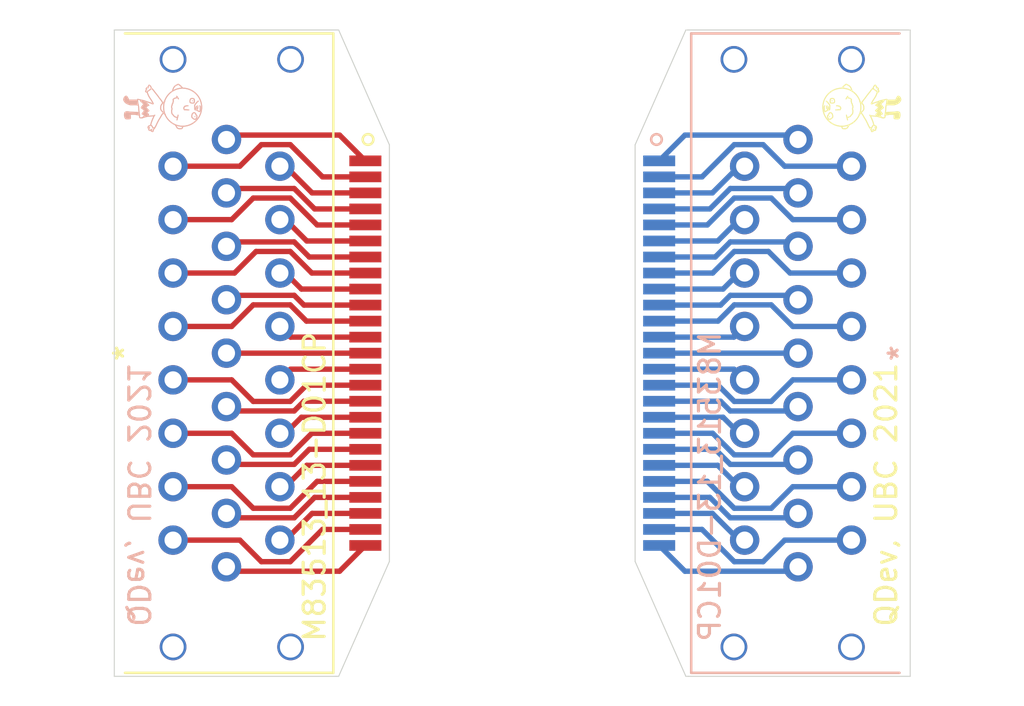
<source format=kicad_pcb>
(kicad_pcb (version 20171130) (host pcbnew "(5.1.10)-1")
  (title_block (title "Dsub to Bondpad") (date 2021-10-06) (rev 1) (company Qdev))
  (layers (0 F.Cu signal) (31 B.Cu signal) (34 B.Paste user hide) (35 F.Paste user hide) (36 B.SilkS user) (37 F.SilkS user) (38 B.Mask user hide) (39 F.Mask user hide) (44 Edge.Cuts user))
  (net 0 "")
  (net 1 "Net-(J1-Pad2)")
  (net 2 "Net-(J1-Pad3)")
  (net 3 "Net-(J1-Pad4)")
  (net 4 "Net-(J1-Pad6)")
  (net 5 "Net-(J1-Pad8)")
  (net 6 "Net-(J1-Pad10)")
  (net 7 "Net-(J1-Pad11)")
  (net 8 "Net-(J1-Pad12)")
  (net 9 "Net-(J1-Pad1)")
  (net 10 "Net-(J1-Pad15)")
  (net 11 "Net-(J1-Pad17)")
  (net 12 "Net-(J1-Pad5)")
  (net 13 "Net-(J1-Pad7)")
  (net 14 "Net-(J1-Pad9)")
  (net 15 "Net-(J1-Pad22)")
  (net 16 "Net-(J1-Pad24)")
  (net 17 "Net-(J1-Pad13)")
  (net 18 "Net-(J1-Pad14)")
  (net 19 "Net-(J1-Pad16)")
  (net 20 "Net-(J1-Pad18)")
  (net 21 "Net-(J1-Pad19)")
  (net 22 "Net-(J1-Pad20)")
  (net 23 "Net-(J1-Pad21)")
  (net 24 "Net-(J1-Pad23)")
  (net 25 "Net-(J1-Pad25)")
  (module RC_Filter_Dsub:BondPad (layer B.Cu) (at 175.387 120.777 270)
    (fp_text reference U8 hide)
    (fp_text value BondPad)
    (pad 1 smd rect (at 0 0 270) (size 0.508 1.524) (layers B.Cu B.Paste B.Mask))
  )
  (module RC_Filter_Dsub:BondPad (layer B.Cu) (at 175.387 116.967 270)
    (fp_text reference 5 hide)
    (fp_text value BondPad)
    (pad 1 smd rect (at 0 0 270) (size 0.508 1.524) (layers B.Cu B.Paste B.Mask))
  )
  (module RC_Filter_Dsub:BondPad (layer B.Cu) (at 175.387 127.635 270)
    (fp_text reference U12 hide)
    (fp_text value BondPad)
    (pad 1 smd rect (at 0 0 270) (size 0.508 1.524) (layers B.Cu B.Paste B.Mask))
  )
  (module RC_Filter_Dsub:BondPad (layer B.Cu) (at 175.387 113.157 270)
    (fp_text reference U3 hide)
    (fp_text value BondPad)
    (pad 1 smd rect (at 0 0 270) (size 0.508 1.524) (layers B.Cu B.Paste B.Mask))
  )
  (module RC_Filter_Dsub:M83513&slash_13-D01CP (layer B.Cu) (at 187.833 119.253 90)
    (fp_text reference J1 hide)
    (fp_text value M83513_13-D01CP (at -6.35 -10.033 90) (layer B.SilkS) (effects (justify mirror)))
    (fp_text user * (at 0 -1.016 270) (layer B.SilkS) (effects (justify mirror)))
    (pad "" np_thru_hole circle (at 12.2555 -6.35 90) (size 2.4384 2.4384) (drill 2.4384) (layers *.Cu *.Mask))
    (pad "" np_thru_hole circle (at -12.2555 -6.35) (size 2.4384 2.4384) (drill 2.4384) (layers *.Cu *.Mask))
    (pad 25 thru_hole circle (at -8.89 -8.382 90) (size 1.397 1.397) (drill 0.8128) (layers *.Cu *.Mask))
    (pad 23 thru_hole circle (at -6.35 -8.382 90) (size 1.397 1.397) (drill 0.8128) (layers *.Cu *.Mask))
    (pad 21 thru_hole circle (at -3.81 -8.382 90) (size 1.397 1.397) (drill 0.8128) (layers *.Cu *.Mask))
    (pad 20 thru_hole circle (at -1.27 -8.382 90) (size 1.397 1.397) (drill 0.8128) (layers *.Cu *.Mask))
    (pad 19 thru_hole circle (at 1.27 -8.382 90) (size 1.397 1.397) (drill 0.8128) (layers *.Cu *.Mask))
    (pad 18 thru_hole circle (at 3.81 -8.382 90) (size 1.397 1.397) (drill 0.8128) (layers *.Cu *.Mask))
    (pad 16 thru_hole circle (at 6.35 -8.382 90) (size 1.397 1.397) (drill 0.8128) (layers *.Cu *.Mask))
    (pad 14 thru_hole circle (at 8.89 -8.382 90) (size 1.397 1.397) (drill 0.8128) (layers *.Cu *.Mask))
    (pad 13 thru_hole circle (at -10.16 -5.842 90) (size 1.397 1.397) (drill 0.8128) (layers *.Cu *.Mask))
    (pad 24 thru_hole circle (at -7.62 -5.842 90) (size 1.397 1.397) (drill 0.8128) (layers *.Cu *.Mask))
    (pad 22 thru_hole circle (at -5.08 -5.842 90) (size 1.397 1.397) (drill 0.8128) (layers *.Cu *.Mask))
    (pad 9 thru_hole circle (at -2.54 -5.842 90) (size 1.397 1.397) (drill 0.8128) (layers *.Cu *.Mask))
    (pad 7 thru_hole circle (at 0 -5.842 90) (size 1.397 1.397) (drill 0.8128) (layers *.Cu *.Mask))
    (pad 5 thru_hole circle (at 2.54 -5.842 90) (size 1.397 1.397) (drill 0.8128) (layers *.Cu *.Mask))
    (pad 17 thru_hole circle (at 5.08 -5.842 90) (size 1.397 1.397) (drill 0.8128) (layers *.Cu *.Mask))
    (pad 15 thru_hole circle (at 7.62 -5.842 90) (size 1.397 1.397) (drill 0.8128) (layers *.Cu *.Mask))
    (pad 1 thru_hole circle (at 10.16 -5.842 90) (size 1.397 1.397) (drill 0.8128) (layers *.Cu *.Mask))
    (pad 12 thru_hole circle (at -8.89 -3.302 90) (size 1.397 1.397) (drill 0.8128) (layers *.Cu *.Mask))
    (pad 11 thru_hole circle (at -6.35 -3.302 90) (size 1.397 1.397) (drill 0.8128) (layers *.Cu *.Mask))
    (pad 10 thru_hole circle (at -3.81 -3.302 90) (size 1.397 1.397) (drill 0.8128) (layers *.Cu *.Mask))
    (pad 8 thru_hole circle (at -1.27 -3.302 90) (size 1.397 1.397) (drill 0.8128) (layers *.Cu *.Mask))
    (pad 6 thru_hole circle (at 1.27 -3.302 90) (size 1.397 1.397) (drill 0.8128) (layers *.Cu *.Mask))
    (pad 4 thru_hole circle (at 3.81 -3.302 90) (size 1.397 1.397) (drill 0.8128) (layers *.Cu *.Mask))
    (pad 3 thru_hole circle (at 6.35 -3.302 90) (size 1.397 1.397) (drill 0.8128) (layers *.Cu *.Mask))
    (pad 2 thru_hole circle (at 8.89 -3.302 90) (size 1.397 1.397) (drill 0.8128) (layers *.Cu *.Mask))
  )
  (module RC_Filter_Dsub:BondPad (layer B.Cu) (at 175.387 125.349 270)
    (fp_text reference U11 hide)
    (fp_text value BondPad)
    (pad 1 smd rect (at 0 0 270) (size 0.508 1.524) (layers B.Cu B.Paste B.Mask))
  )
  (module RC_Filter_Dsub:BondPad (layer B.Cu) (at 175.387 123.063 270)
    (fp_text reference 10 hide)
    (fp_text value BondPad)
    (pad 1 smd rect (at 0 0 270) (size 0.508 1.524) (layers B.Cu B.Paste B.Mask))
  )
  (module RC_Filter_Dsub:BondPad (layer B.Cu) (at 175.387 121.539 270)
    (fp_text reference U9 hide)
    (fp_text value BondPad)
    (pad 1 smd rect (at 0 0 270) (size 0.508 1.524) (layers B.Cu B.Paste B.Mask))
  )
  (module RC_Filter_Dsub:BondPad (layer B.Cu) (at 175.387 110.109 270)
    (fp_text reference 1 hide)
    (fp_text value BondPad)
    (pad 1 smd rect (at 0 0 270) (size 0.508 1.524) (layers B.Cu B.Paste B.Mask))
  )
  (module RC_Filter_Dsub:BondPad (layer B.Cu) (at 175.387 119.253 270)
    (fp_text reference U7 hide)
    (fp_text value BondPad)
    (pad 1 smd rect (at 0 0 270) (size 0.508 1.524) (layers B.Cu B.Paste B.Mask))
  )
  (module RC_Filter_Dsub:BondPad (layer B.Cu) (at 175.387 117.729 270)
    (fp_text reference U6 hide)
    (fp_text value BondPad)
    (pad 1 smd rect (at 0 0 270) (size 0.508 1.524) (layers B.Cu B.Paste B.Mask))
  )
  (module RC_Filter_Dsub:BondPad (layer B.Cu) (at 175.387 110.871 270)
    (fp_text reference U2 hide)
    (fp_text value BondPad)
    (pad 1 smd rect (at 0 0 270) (size 0.508 1.524) (layers B.Cu B.Paste B.Mask))
  )
  (module RC_Filter_Dsub:BondPad (layer B.Cu) (at 175.387 115.443 270)
    (fp_text reference U4 hide)
    (fp_text value BondPad)
    (pad 1 smd rect (at 0 0 270) (size 0.508 1.524) (layers B.Cu B.Paste B.Mask))
  )
  (module RC_Filter_Dsub:sillyPhotons (layer B.Cu) (at 184.785 107.569 270)
    (fp_text reference U26 hide)
    (fp_text value logo hide)
  )
  (module RC_Filter_Dsub:BondPad (layer B.Cu) (at 175.387 114.681 270)
    (fp_text reference U17 hide)
    (fp_text value BondPad)
    (pad 1 smd rect (at 0 0 270) (size 0.508 1.524) (layers B.Cu B.Paste B.Mask))
  )
  (module RC_Filter_Dsub:BondPad (layer B.Cu) (at 175.387 126.873 270)
    (fp_text reference 25 hide)
    (fp_text value BondPad)
    (pad 1 smd rect (at 0 0 270) (size 0.508 1.524) (layers B.Cu B.Paste B.Mask))
  )
  (module RC_Filter_Dsub:BondPad (layer B.Cu) (at 175.387 122.301 270)
    (fp_text reference U21 hide)
    (fp_text value BondPad)
    (pad 1 smd rect (at 0 0 270) (size 0.508 1.524) (layers B.Cu B.Paste B.Mask))
  )
  (module RC_Filter_Dsub:BondPad (layer B.Cu) (at 175.387 118.491 270)
    (fp_text reference U19 hide)
    (fp_text value BondPad)
    (pad 1 smd rect (at 0 0 270) (size 0.508 1.524) (layers B.Cu B.Paste B.Mask))
  )
  (module RC_Filter_Dsub:BondPad (layer B.Cu) (at 175.387 126.111 270)
    (fp_text reference U24 hide)
    (fp_text value BondPad)
    (pad 1 smd rect (at 0 0 270) (size 0.508 1.524) (layers B.Cu B.Paste B.Mask))
  )
  (module RC_Filter_Dsub:BondPad (layer B.Cu) (at 175.387 116.205 270)
    (fp_text reference U18 hide)
    (fp_text value BondPad)
    (pad 1 smd rect (at 0 0 270) (size 0.508 1.524) (layers B.Cu B.Paste B.Mask))
  )
  (module RC_Filter_Dsub:BondPad (layer B.Cu) (at 175.387 112.395 270)
    (fp_text reference 15 hide)
    (fp_text value BondPad)
    (pad 1 smd rect (at 0 0 270) (size 0.508 1.524) (layers B.Cu B.Paste B.Mask))
  )
  (module RC_Filter_Dsub:BondPad (layer B.Cu) (at 175.387 111.633 270)
    (fp_text reference U14 hide)
    (fp_text value BondPad)
    (pad 1 smd rect (at 0 0 270) (size 0.508 1.524) (layers B.Cu B.Paste B.Mask))
  )
  (module RC_Filter_Dsub:BondPad (layer B.Cu) (at 175.387 120.015 270)
    (fp_text reference 20 hide)
    (fp_text value BondPad)
    (pad 1 smd rect (at 0 0 270) (size 0.508 1.524) (layers B.Cu B.Paste B.Mask))
  )
  (module RC_Filter_Dsub:BondPad (layer B.Cu) (at 175.387 113.919 270)
    (fp_text reference U16 hide)
    (fp_text value BondPad)
    (pad 1 smd rect (at 0 0 270) (size 0.508 1.524) (layers B.Cu B.Paste B.Mask))
  )
  (module RC_Filter_Dsub:BondPad (layer B.Cu) (at 175.387 124.587 270)
    (fp_text reference U23 hide)
    (fp_text value BondPad)
    (pad 1 smd rect (at 0 0 270) (size 0.508 1.524) (layers B.Cu B.Paste B.Mask))
  )
  (module RC_Filter_Dsub:BondPad (layer B.Cu) (at 175.387 123.825 270)
    (fp_text reference U22 hide)
    (fp_text value BondPad)
    (pad 1 smd rect (at 0 0 270) (size 0.508 1.524) (layers B.Cu B.Paste B.Mask))
  )
  (module RC_Filter_Dsub:BondPad (layer B.Cu) (at 175.387 128.397 270)
    (fp_text reference U13 hide)
    (fp_text value BondPad)
    (pad 1 smd rect (at 0 0 270) (size 0.508 1.524) (layers B.Cu B.Paste B.Mask))
  )
  (module RC_Filter_Dsub:M83513&slash_13-D01CP (layer F.Cu) (at 148.971 119.253 90)
    (fp_text reference J1 hide)
    (fp_text value M83513_13-D01CP (at -6.35 10.033 270) (layer F.SilkS))
    (fp_text user * (at 0 1.016 90) (layer F.SilkS))
    (pad 2 thru_hole circle (at 8.89 3.302 90) (size 1.397 1.397) (drill 0.8128) (layers *.Cu *.Mask) (net 1 "Net-(J1-Pad2)"))
    (pad 3 thru_hole circle (at 6.35 3.302 90) (size 1.397 1.397) (drill 0.8128) (layers *.Cu *.Mask) (net 2 "Net-(J1-Pad3)"))
    (pad 4 thru_hole circle (at 3.81 3.302 90) (size 1.397 1.397) (drill 0.8128) (layers *.Cu *.Mask) (net 3 "Net-(J1-Pad4)"))
    (pad 6 thru_hole circle (at 1.27 3.302 90) (size 1.397 1.397) (drill 0.8128) (layers *.Cu *.Mask) (net 4 "Net-(J1-Pad6)"))
    (pad 8 thru_hole circle (at -1.27 3.302 90) (size 1.397 1.397) (drill 0.8128) (layers *.Cu *.Mask) (net 5 "Net-(J1-Pad8)"))
    (pad 10 thru_hole circle (at -3.81 3.302 90) (size 1.397 1.397) (drill 0.8128) (layers *.Cu *.Mask) (net 6 "Net-(J1-Pad10)"))
    (pad 11 thru_hole circle (at -6.35 3.302 90) (size 1.397 1.397) (drill 0.8128) (layers *.Cu *.Mask) (net 7 "Net-(J1-Pad11)"))
    (pad 12 thru_hole circle (at -8.89 3.302 90) (size 1.397 1.397) (drill 0.8128) (layers *.Cu *.Mask) (net 8 "Net-(J1-Pad12)"))
    (pad 1 thru_hole circle (at 10.16 5.842 90) (size 1.397 1.397) (drill 0.8128) (layers *.Cu *.Mask) (net 9 "Net-(J1-Pad1)"))
    (pad 15 thru_hole circle (at 7.62 5.842 90) (size 1.397 1.397) (drill 0.8128) (layers *.Cu *.Mask) (net 10 "Net-(J1-Pad15)"))
    (pad 17 thru_hole circle (at 5.08 5.842 90) (size 1.397 1.397) (drill 0.8128) (layers *.Cu *.Mask) (net 11 "Net-(J1-Pad17)"))
    (pad 5 thru_hole circle (at 2.54 5.842 90) (size 1.397 1.397) (drill 0.8128) (layers *.Cu *.Mask) (net 12 "Net-(J1-Pad5)"))
    (pad 7 thru_hole circle (at 0 5.842 90) (size 1.397 1.397) (drill 0.8128) (layers *.Cu *.Mask) (net 13 "Net-(J1-Pad7)"))
    (pad 9 thru_hole circle (at -2.54 5.842 90) (size 1.397 1.397) (drill 0.8128) (layers *.Cu *.Mask) (net 14 "Net-(J1-Pad9)"))
    (pad 22 thru_hole circle (at -5.08 5.842 90) (size 1.397 1.397) (drill 0.8128) (layers *.Cu *.Mask) (net 15 "Net-(J1-Pad22)"))
    (pad 24 thru_hole circle (at -7.62 5.842 90) (size 1.397 1.397) (drill 0.8128) (layers *.Cu *.Mask) (net 16 "Net-(J1-Pad24)"))
    (pad 13 thru_hole circle (at -10.16 5.842 90) (size 1.397 1.397) (drill 0.8128) (layers *.Cu *.Mask) (net 17 "Net-(J1-Pad13)"))
    (pad 14 thru_hole circle (at 8.89 8.382 90) (size 1.397 1.397) (drill 0.8128) (layers *.Cu *.Mask) (net 18 "Net-(J1-Pad14)"))
    (pad 16 thru_hole circle (at 6.35 8.382 90) (size 1.397 1.397) (drill 0.8128) (layers *.Cu *.Mask) (net 19 "Net-(J1-Pad16)"))
    (pad 18 thru_hole circle (at 3.81 8.382 90) (size 1.397 1.397) (drill 0.8128) (layers *.Cu *.Mask) (net 20 "Net-(J1-Pad18)"))
    (pad 19 thru_hole circle (at 1.27 8.382 90) (size 1.397 1.397) (drill 0.8128) (layers *.Cu *.Mask) (net 21 "Net-(J1-Pad19)"))
    (pad 20 thru_hole circle (at -1.27 8.382 90) (size 1.397 1.397) (drill 0.8128) (layers *.Cu *.Mask) (net 22 "Net-(J1-Pad20)"))
    (pad 21 thru_hole circle (at -3.81 8.382 90) (size 1.397 1.397) (drill 0.8128) (layers *.Cu *.Mask) (net 23 "Net-(J1-Pad21)"))
    (pad 23 thru_hole circle (at -6.35 8.382 90) (size 1.397 1.397) (drill 0.8128) (layers *.Cu *.Mask) (net 24 "Net-(J1-Pad23)"))
    (pad 25 thru_hole circle (at -8.89 8.382 90) (size 1.397 1.397) (drill 0.8128) (layers *.Cu *.Mask) (net 25 "Net-(J1-Pad25)"))
    (pad "" np_thru_hole circle (at -12.2555 6.35 180) (size 2.4384 2.4384) (drill 2.4384) (layers *.Cu *.Mask))
    (pad "" np_thru_hole circle (at 12.2555 6.35 90) (size 2.4384 2.4384) (drill 2.4384) (layers *.Cu *.Mask))
  )
  (module RC_Filter_Dsub:BondPad (layer F.Cu) (at 161.417 110.109 270)
    (fp_text reference 1 hide)
    (fp_text value BondPad)
    (pad 1 smd rect (at 0 0 270) (size 0.508 1.524) (layers F.Cu F.Paste F.Mask) (net 9 "Net-(J1-Pad1)"))
  )
  (module RC_Filter_Dsub:BondPad (layer F.Cu) (at 161.417 110.871 270)
    (fp_text reference U2 hide)
    (fp_text value BondPad)
    (pad 1 smd rect (at 0 0 270) (size 0.508 1.524) (layers F.Cu F.Paste F.Mask) (net 1 "Net-(J1-Pad2)"))
  )
  (module RC_Filter_Dsub:BondPad (layer F.Cu) (at 161.417 113.157 270)
    (fp_text reference U3 hide)
    (fp_text value BondPad)
    (pad 1 smd rect (at 0 0 270) (size 0.508 1.524) (layers F.Cu F.Paste F.Mask) (net 2 "Net-(J1-Pad3)"))
  )
  (module RC_Filter_Dsub:BondPad (layer F.Cu) (at 161.417 115.443 270)
    (fp_text reference U4 hide)
    (fp_text value BondPad)
    (pad 1 smd rect (at 0 0 270) (size 0.508 1.524) (layers F.Cu F.Paste F.Mask) (net 3 "Net-(J1-Pad4)"))
  )
  (module RC_Filter_Dsub:BondPad (layer F.Cu) (at 161.417 116.967 270)
    (fp_text reference 5 hide)
    (fp_text value BondPad)
    (pad 1 smd rect (at 0 0 270) (size 0.508 1.524) (layers F.Cu F.Paste F.Mask) (net 12 "Net-(J1-Pad5)"))
  )
  (module RC_Filter_Dsub:BondPad (layer F.Cu) (at 161.417 117.729 270)
    (fp_text reference U6 hide)
    (fp_text value BondPad)
    (pad 1 smd rect (at 0 0 270) (size 0.508 1.524) (layers F.Cu F.Paste F.Mask) (net 4 "Net-(J1-Pad6)"))
  )
  (module RC_Filter_Dsub:BondPad (layer F.Cu) (at 161.417 119.253 270)
    (fp_text reference U7 hide)
    (fp_text value BondPad)
    (pad 1 smd rect (at 0 0 270) (size 0.508 1.524) (layers F.Cu F.Paste F.Mask) (net 13 "Net-(J1-Pad7)"))
  )
  (module RC_Filter_Dsub:BondPad (layer F.Cu) (at 161.417 120.777 270)
    (fp_text reference U8 hide)
    (fp_text value BondPad)
    (pad 1 smd rect (at 0 0 270) (size 0.508 1.524) (layers F.Cu F.Paste F.Mask) (net 5 "Net-(J1-Pad8)"))
  )
  (module RC_Filter_Dsub:BondPad (layer F.Cu) (at 161.417 121.539 270)
    (fp_text reference U9 hide)
    (fp_text value BondPad)
    (pad 1 smd rect (at 0 0 270) (size 0.508 1.524) (layers F.Cu F.Paste F.Mask) (net 14 "Net-(J1-Pad9)"))
  )
  (module RC_Filter_Dsub:BondPad (layer F.Cu) (at 161.417 123.063 270)
    (fp_text reference 10 hide)
    (fp_text value BondPad)
    (pad 1 smd rect (at 0 0 270) (size 0.508 1.524) (layers F.Cu F.Paste F.Mask) (net 6 "Net-(J1-Pad10)"))
  )
  (module RC_Filter_Dsub:BondPad (layer F.Cu) (at 161.417 125.349 270)
    (fp_text reference U11 hide)
    (fp_text value BondPad)
    (pad 1 smd rect (at 0 0 270) (size 0.508 1.524) (layers F.Cu F.Paste F.Mask) (net 7 "Net-(J1-Pad11)"))
  )
  (module RC_Filter_Dsub:BondPad (layer F.Cu) (at 161.417 127.635 270)
    (fp_text reference U12 hide)
    (fp_text value BondPad)
    (pad 1 smd rect (at 0 0 270) (size 0.508 1.524) (layers F.Cu F.Paste F.Mask) (net 8 "Net-(J1-Pad12)"))
  )
  (module RC_Filter_Dsub:BondPad (layer F.Cu) (at 161.417 128.397 270)
    (fp_text reference U13 hide)
    (fp_text value BondPad)
    (pad 1 smd rect (at 0 0 270) (size 0.508 1.524) (layers F.Cu F.Paste F.Mask) (net 17 "Net-(J1-Pad13)"))
  )
  (module RC_Filter_Dsub:BondPad (layer F.Cu) (at 161.417 111.633 270)
    (fp_text reference U14 hide)
    (fp_text value BondPad)
    (pad 1 smd rect (at 0 0 270) (size 0.508 1.524) (layers F.Cu F.Paste F.Mask) (net 18 "Net-(J1-Pad14)"))
  )
  (module RC_Filter_Dsub:BondPad (layer F.Cu) (at 161.417 112.395 270)
    (fp_text reference 15 hide)
    (fp_text value BondPad)
    (pad 1 smd rect (at 0 0 270) (size 0.508 1.524) (layers F.Cu F.Paste F.Mask) (net 10 "Net-(J1-Pad15)"))
  )
  (module RC_Filter_Dsub:BondPad (layer F.Cu) (at 161.417 113.919 270)
    (fp_text reference U16 hide)
    (fp_text value BondPad)
    (pad 1 smd rect (at 0 0 270) (size 0.508 1.524) (layers F.Cu F.Paste F.Mask) (net 19 "Net-(J1-Pad16)"))
  )
  (module RC_Filter_Dsub:BondPad (layer F.Cu) (at 161.417 114.681 270)
    (fp_text reference U17 hide)
    (fp_text value BondPad)
    (pad 1 smd rect (at 0 0 270) (size 0.508 1.524) (layers F.Cu F.Paste F.Mask) (net 11 "Net-(J1-Pad17)"))
  )
  (module RC_Filter_Dsub:BondPad (layer F.Cu) (at 161.417 116.205 270)
    (fp_text reference U18 hide)
    (fp_text value BondPad)
    (pad 1 smd rect (at 0 0 270) (size 0.508 1.524) (layers F.Cu F.Paste F.Mask) (net 20 "Net-(J1-Pad18)"))
  )
  (module RC_Filter_Dsub:BondPad (layer F.Cu) (at 161.417 118.491 270)
    (fp_text reference U19 hide)
    (fp_text value BondPad)
    (pad 1 smd rect (at 0 0 270) (size 0.508 1.524) (layers F.Cu F.Paste F.Mask) (net 21 "Net-(J1-Pad19)"))
  )
  (module RC_Filter_Dsub:BondPad (layer F.Cu) (at 161.417 120.015 270)
    (fp_text reference 20 hide)
    (fp_text value BondPad)
    (pad 1 smd rect (at 0 0 270) (size 0.508 1.524) (layers F.Cu F.Paste F.Mask) (net 22 "Net-(J1-Pad20)"))
  )
  (module RC_Filter_Dsub:BondPad (layer F.Cu) (at 161.417 122.301 270)
    (fp_text reference U21 hide)
    (fp_text value BondPad)
    (pad 1 smd rect (at 0 0 270) (size 0.508 1.524) (layers F.Cu F.Paste F.Mask) (net 23 "Net-(J1-Pad21)"))
  )
  (module RC_Filter_Dsub:BondPad (layer F.Cu) (at 161.417 123.825 270)
    (fp_text reference U22 hide)
    (fp_text value BondPad)
    (pad 1 smd rect (at 0 0 270) (size 0.508 1.524) (layers F.Cu F.Paste F.Mask) (net 15 "Net-(J1-Pad22)"))
  )
  (module RC_Filter_Dsub:BondPad (layer F.Cu) (at 161.417 124.587 270)
    (fp_text reference U23 hide)
    (fp_text value BondPad)
    (pad 1 smd rect (at 0 0 270) (size 0.508 1.524) (layers F.Cu F.Paste F.Mask) (net 24 "Net-(J1-Pad23)"))
  )
  (module RC_Filter_Dsub:BondPad (layer F.Cu) (at 161.417 126.111 270)
    (fp_text reference U24 hide)
    (fp_text value BondPad)
    (pad 1 smd rect (at 0 0 270) (size 0.508 1.524) (layers F.Cu F.Paste F.Mask) (net 16 "Net-(J1-Pad24)"))
  )
  (module RC_Filter_Dsub:BondPad (layer F.Cu) (at 161.417 126.873 270)
    (fp_text reference 25 hide)
    (fp_text value BondPad)
    (pad 1 smd rect (at 0 0 270) (size 0.508 1.524) (layers F.Cu F.Paste F.Mask) (net 25 "Net-(J1-Pad25)"))
  )
  (module RC_Filter_Dsub:sillyPhotons (layer F.Cu) (at 152.019 107.569 270)
    (fp_text reference U26 hide)
    (fp_text value logo hide)
  )
  (gr_text "QDev, UBC 2021 " (at 186.182 125.603 90) (layer F.SilkS) (effects (font (size 1 1))))
  (gr_line (start 176.657 134.62) (end 174.244 129.159) (layer Edge.Cuts) (width 0.05))
  (gr_circle (center 175.26 109.093) (end 175.006 109.093) (layer B.SilkS) (width 0.12))
  (gr_line (start 176.657 103.886) (end 174.244 109.347) (layer Edge.Cuts) (width 0.05))
  (gr_line (start 176.784 103.886) (end 187.325 103.886) (layer Edge.Cuts) (width 0.05))
  (gr_line (start 176.784 103.886) (end 176.657 103.886) (layer Edge.Cuts) (width 0.05))
  (gr_line (start 176.784 134.62) (end 187.325 134.62) (layer Edge.Cuts) (width 0.05))
  (gr_line (start 176.784 134.62) (end 176.657 134.62) (layer Edge.Cuts) (width 0.05))
  (gr_line (start 174.244 109.347) (end 174.244 129.159) (layer Edge.Cuts) (width 0.05))
  (gr_line (start 187.325 103.886) (end 187.325 134.62) (layer Edge.Cuts) (width 0.05))
  (gr_circle (center 161.544 109.093) (end 161.798 109.093) (layer F.SilkS) (width 0.12))
  (gr_line (start 162.56 109.347) (end 162.56 129.159) (layer Edge.Cuts) (width 0.05))
  (gr_line (start 160.02 103.886) (end 160.147 103.886) (layer Edge.Cuts) (width 0.05))
  (gr_line (start 160.02 134.62) (end 160.147 134.62) (layer Edge.Cuts) (width 0.05))
  (gr_line (start 160.147 134.62) (end 162.56 129.159) (layer Edge.Cuts) (width 0.05))
  (gr_line (start 160.147 103.886) (end 162.56 109.347) (layer Edge.Cuts) (width 0.05))
  (gr_line (start 160.02 134.62) (end 149.479 134.62) (layer Edge.Cuts) (width 0.05))
  (gr_line (start 160.02 103.886) (end 149.479 103.886) (layer Edge.Cuts) (width 0.05))
  (gr_text "QDev, UBC 2021 " (at 150.622 125.603 -90) (layer B.SilkS) (effects (font (size 1 1)) (justify mirror)))
  (gr_line (start 149.479 103.886) (end 149.479 134.62) (layer Edge.Cuts) (width 0.05))
  (via (at 152.273 105.283) (size 1.27) (drill 1.016) (layers F.Cu B.Cu) (net 0))
  (via (at 152.273 133.223) (size 1.27) (drill 1.016) (layers F.Cu B.Cu) (net 0))
  (via (at 157.861 133.223) (size 1.27) (drill 1.016) (layers F.Cu B.Cu) (net 0))
  (via (at 157.861 105.283) (size 1.27) (drill 1.016) (layers F.Cu B.Cu) (net 0))
  (via (at 184.531 105.283) (size 1.27) (drill 1.016) (layers F.Cu B.Cu) (net 0))
  (via (at 178.943 133.223) (size 1.27) (drill 1.016) (layers F.Cu B.Cu) (net 0))
  (via (at 184.531 133.223) (size 1.27) (drill 1.016) (layers F.Cu B.Cu) (net 0))
  (via (at 178.943 105.283) (size 1.27) (drill 1.016) (layers F.Cu B.Cu) (net 0))
  (segment (start 175.387 110.871) (end 177.425258 110.871) (width 0.254) (layer B.Cu) (net 0))
  (segment (start 177.425258 110.871) (end 178.958759 109.337499) (width 0.254) (layer B.Cu) (net 0))
  (segment (start 178.958759 109.337499) (end 180.330499 109.337499) (width 0.254) (layer B.Cu) (net 0))
  (segment (start 180.330499 109.337499) (end 181.356 110.363) (width 0.254) (layer B.Cu) (net 0))
  (segment (start 181.356 110.363) (end 184.531 110.363) (width 0.254) (layer B.Cu) (net 0))
  (segment (start 180.717757 111.877499) (end 181.743258 112.903) (width 0.254) (layer B.Cu) (net 0))
  (segment (start 181.743258 112.903) (end 184.531 112.903) (width 0.254) (layer B.Cu) (net 0))
  (segment (start 175.387 113.157) (end 177.679258 113.157) (width 0.254) (layer B.Cu) (net 0))
  (segment (start 178.958759 111.877499) (end 180.717757 111.877499) (width 0.254) (layer B.Cu) (net 0))
  (segment (start 177.679258 113.157) (end 178.958759 111.877499) (width 0.254) (layer B.Cu) (net 0))
  (segment (start 181.61 115.443) (end 184.531 115.443) (width 0.254) (layer B.Cu) (net 0))
  (segment (start 177.933258 115.443) (end 178.958759 114.417499) (width 0.254) (layer B.Cu) (net 0))
  (segment (start 175.387 115.443) (end 177.933258 115.443) (width 0.254) (layer B.Cu) (net 0))
  (segment (start 178.958759 114.417499) (end 180.584499 114.417499) (width 0.254) (layer B.Cu) (net 0))
  (segment (start 180.584499 114.417499) (end 181.61 115.443) (width 0.254) (layer B.Cu) (net 0))
  (segment (start 175.387 117.729) (end 178.187258 117.729) (width 0.254) (layer B.Cu) (net 0))
  (segment (start 181.743258 117.983) (end 184.531 117.983) (width 0.254) (layer B.Cu) (net 0))
  (segment (start 178.187258 117.729) (end 178.958759 116.957499) (width 0.254) (layer B.Cu) (net 0))
  (segment (start 178.958759 116.957499) (end 180.717757 116.957499) (width 0.254) (layer B.Cu) (net 0))
  (segment (start 180.717757 116.957499) (end 181.743258 117.983) (width 0.254) (layer B.Cu) (net 0))
  (segment (start 181.743258 120.523) (end 184.531 120.523) (width 0.254) (layer B.Cu) (net 0))
  (segment (start 178.187258 120.777) (end 178.958759 121.548501) (width 0.254) (layer B.Cu) (net 0))
  (segment (start 178.958759 121.548501) (end 180.717757 121.548501) (width 0.254) (layer B.Cu) (net 0))
  (segment (start 180.717757 121.548501) (end 181.743258 120.523) (width 0.254) (layer B.Cu) (net 0))
  (segment (start 175.387 120.777) (end 178.187258 120.777) (width 0.254) (layer B.Cu) (net 0))
  (segment (start 181.743258 123.063) (end 184.531 123.063) (width 0.254) (layer B.Cu) (net 0))
  (segment (start 175.387 123.063) (end 177.933258 123.063) (width 0.254) (layer B.Cu) (net 0))
  (segment (start 178.958759 124.088501) (end 180.717757 124.088501) (width 0.254) (layer B.Cu) (net 0))
  (segment (start 180.717757 124.088501) (end 181.743258 123.063) (width 0.254) (layer B.Cu) (net 0))
  (segment (start 177.933258 123.063) (end 178.958759 124.088501) (width 0.254) (layer B.Cu) (net 0))
  (segment (start 181.743258 125.603) (end 184.531 125.603) (width 0.254) (layer B.Cu) (net 0))
  (segment (start 177.679258 125.349) (end 178.958759 126.628501) (width 0.254) (layer B.Cu) (net 0))
  (segment (start 180.717757 126.628501) (end 181.743258 125.603) (width 0.254) (layer B.Cu) (net 0))
  (segment (start 175.387 125.349) (end 177.679258 125.349) (width 0.254) (layer B.Cu) (net 0))
  (segment (start 178.958759 126.628501) (end 180.717757 126.628501) (width 0.254) (layer B.Cu) (net 0))
  (segment (start 178.958759 129.168501) (end 180.330499 129.168501) (width 0.254) (layer B.Cu) (net 0))
  (segment (start 181.356 128.143) (end 184.531 128.143) (width 0.254) (layer B.Cu) (net 0))
  (segment (start 175.387 127.635) (end 177.425258 127.635) (width 0.254) (layer B.Cu) (net 0))
  (segment (start 180.330499 129.168501) (end 181.356 128.143) (width 0.254) (layer B.Cu) (net 0))
  (segment (start 177.425258 127.635) (end 178.958759 129.168501) (width 0.254) (layer B.Cu) (net 0))
  (segment (start 176.612511 108.883489) (end 175.387 110.109) (width 0.254) (layer B.Cu) (net 0))
  (segment (start 181.781489 108.883489) (end 176.612511 108.883489) (width 0.254) (layer B.Cu) (net 0))
  (segment (start 181.991 109.093) (end 181.781489 108.883489) (width 0.254) (layer B.Cu) (net 0))
  (segment (start 175.387 112.395) (end 177.799192 112.395) (width 0.254) (layer B.Cu) (net 0))
  (segment (start 178.770702 111.423489) (end 181.781489 111.423489) (width 0.254) (layer B.Cu) (net 0))
  (segment (start 181.781489 111.423489) (end 181.991 111.633) (width 0.254) (layer B.Cu) (net 0))
  (segment (start 177.799192 112.395) (end 178.770702 111.423489) (width 0.254) (layer B.Cu) (net 0))
  (segment (start 178.770702 113.963489) (end 181.781489 113.963489) (width 0.254) (layer B.Cu) (net 0))
  (segment (start 178.053192 114.681) (end 178.770702 113.963489) (width 0.254) (layer B.Cu) (net 0))
  (segment (start 175.387 114.681) (end 178.053192 114.681) (width 0.254) (layer B.Cu) (net 0))
  (segment (start 181.781489 113.963489) (end 181.991 114.173) (width 0.254) (layer B.Cu) (net 0))
  (segment (start 178.307192 116.967) (end 178.770702 116.503489) (width 0.254) (layer B.Cu) (net 0))
  (segment (start 178.770702 116.503489) (end 181.781489 116.503489) (width 0.254) (layer B.Cu) (net 0))
  (segment (start 181.781489 116.503489) (end 181.991 116.713) (width 0.254) (layer B.Cu) (net 0))
  (segment (start 175.387 116.967) (end 178.307192 116.967) (width 0.254) (layer B.Cu) (net 0))
  (segment (start 181.991 119.253) (end 175.387 119.253) (width 0.254) (layer B.Cu) (net 0))
  (segment (start 178.307192 121.539) (end 178.770702 122.002511) (width 0.254) (layer B.Cu) (net 0))
  (segment (start 175.387 121.539) (end 178.307192 121.539) (width 0.254) (layer B.Cu) (net 0))
  (segment (start 178.770702 122.002511) (end 181.781489 122.002511) (width 0.254) (layer B.Cu) (net 0))
  (segment (start 181.781489 122.002511) (end 181.991 121.793) (width 0.254) (layer B.Cu) (net 0))
  (segment (start 181.781489 124.542511) (end 181.991 124.333) (width 0.254) (layer B.Cu) (net 0))
  (segment (start 178.053192 123.825) (end 178.770702 124.542511) (width 0.254) (layer B.Cu) (net 0))
  (segment (start 175.387 123.825) (end 178.053192 123.825) (width 0.254) (layer B.Cu) (net 0))
  (segment (start 178.770702 124.542511) (end 181.781489 124.542511) (width 0.254) (layer B.Cu) (net 0))
  (segment (start 181.781489 127.082511) (end 181.991 126.873) (width 0.254) (layer B.Cu) (net 0))
  (segment (start 175.387 126.111) (end 177.799192 126.111) (width 0.254) (layer B.Cu) (net 0))
  (segment (start 177.799192 126.111) (end 178.770702 127.082511) (width 0.254) (layer B.Cu) (net 0))
  (segment (start 178.770702 127.082511) (end 181.781489 127.082511) (width 0.254) (layer B.Cu) (net 0))
  (segment (start 181.781489 129.622511) (end 176.612511 129.622511) (width 0.254) (layer B.Cu) (net 0))
  (segment (start 181.991 129.413) (end 181.781489 129.622511) (width 0.254) (layer B.Cu) (net 0))
  (segment (start 176.612511 129.622511) (end 175.387 128.397) (width 0.254) (layer B.Cu) (net 0))
  (segment (start 177.919126 111.633) (end 179.189126 110.363) (width 0.254) (layer B.Cu) (net 0))
  (segment (start 179.189126 110.363) (end 179.451 110.363) (width 0.254) (layer B.Cu) (net 0))
  (segment (start 175.387 111.633) (end 177.919126 111.633) (width 0.254) (layer B.Cu) (net 0))
  (segment (start 175.387 113.919) (end 178.173126 113.919) (width 0.254) (layer B.Cu) (net 0))
  (segment (start 178.173126 113.919) (end 179.189126 112.903) (width 0.254) (layer B.Cu) (net 0))
  (segment (start 179.189126 112.903) (end 179.451 112.903) (width 0.254) (layer B.Cu) (net 0))
  (segment (start 179.189124 115.443) (end 179.451 115.443) (width 0.254) (layer B.Cu) (net 0))
  (segment (start 175.387 116.205) (end 178.427124 116.205) (width 0.254) (layer B.Cu) (net 0))
  (segment (start 178.427124 116.205) (end 179.189124 115.443) (width 0.254) (layer B.Cu) (net 0))
  (segment (start 178.943 118.491) (end 175.387 118.491) (width 0.254) (layer B.Cu) (net 0))
  (segment (start 179.451 117.983) (end 178.943 118.491) (width 0.254) (layer B.Cu) (net 0))
  (segment (start 179.451 120.523) (end 178.943 120.015) (width 0.254) (layer B.Cu) (net 0))
  (segment (start 178.943 120.015) (end 175.387 120.015) (width 0.254) (layer B.Cu) (net 0))
  (segment (start 179.189124 123.063) (end 179.451 123.063) (width 0.254) (layer B.Cu) (net 0))
  (segment (start 178.427124 122.301) (end 179.189124 123.063) (width 0.254) (layer B.Cu) (net 0))
  (segment (start 175.387 122.301) (end 178.427124 122.301) (width 0.254) (layer B.Cu) (net 0))
  (segment (start 178.173125 124.587) (end 179.189125 125.603) (width 0.254) (layer B.Cu) (net 0))
  (segment (start 175.387 124.587) (end 178.173125 124.587) (width 0.254) (layer B.Cu) (net 0))
  (segment (start 179.189125 125.603) (end 179.451 125.603) (width 0.254) (layer B.Cu) (net 0))
  (segment (start 179.189125 128.143) (end 179.451 128.143) (width 0.254) (layer B.Cu) (net 0))
  (segment (start 177.919125 126.873) (end 179.189125 128.143) (width 0.254) (layer B.Cu) (net 0))
  (segment (start 175.387 126.873) (end 177.919125 126.873) (width 0.254) (layer B.Cu) (net 0))
  (segment (start 159.378742 110.871) (end 157.845241 109.337499) (width 0.254) (layer F.Cu) (net 1))
  (segment (start 157.845241 109.337499) (end 156.473501 109.337499) (width 0.254) (layer F.Cu) (net 1))
  (segment (start 161.417 110.871) (end 159.378742 110.871) (width 0.254) (layer F.Cu) (net 1))
  (segment (start 156.473501 109.337499) (end 155.448 110.363) (width 0.254) (layer F.Cu) (net 1))
  (segment (start 155.448 110.363) (end 152.273 110.363) (width 0.254) (layer F.Cu) (net 1))
  (segment (start 155.060742 112.903) (end 152.273 112.903) (width 0.254) (layer F.Cu) (net 2))
  (segment (start 159.124742 113.157) (end 157.845241 111.877499) (width 0.254) (layer F.Cu) (net 2))
  (segment (start 161.417 113.157) (end 159.124742 113.157) (width 0.254) (layer F.Cu) (net 2))
  (segment (start 157.845241 111.877499) (end 156.086243 111.877499) (width 0.254) (layer F.Cu) (net 2))
  (segment (start 156.086243 111.877499) (end 155.060742 112.903) (width 0.254) (layer F.Cu) (net 2))
  (segment (start 155.194 115.443) (end 152.273 115.443) (width 0.254) (layer F.Cu) (net 3))
  (segment (start 158.870742 115.443) (end 157.845241 114.417499) (width 0.254) (layer F.Cu) (net 3))
  (segment (start 161.417 115.443) (end 158.870742 115.443) (width 0.254) (layer F.Cu) (net 3))
  (segment (start 157.845241 114.417499) (end 156.219501 114.417499) (width 0.254) (layer F.Cu) (net 3))
  (segment (start 156.219501 114.417499) (end 155.194 115.443) (width 0.254) (layer F.Cu) (net 3))
  (segment (start 155.060742 117.983) (end 152.273 117.983) (width 0.254) (layer F.Cu) (net 4))
  (segment (start 158.616742 117.729) (end 157.845241 116.957499) (width 0.254) (layer F.Cu) (net 4))
  (segment (start 161.417 117.729) (end 158.616742 117.729) (width 0.254) (layer F.Cu) (net 4))
  (segment (start 157.845241 116.957499) (end 156.086243 116.957499) (width 0.254) (layer F.Cu) (net 4))
  (segment (start 156.086243 116.957499) (end 155.060742 117.983) (width 0.254) (layer F.Cu) (net 4))
  (segment (start 155.060742 120.523) (end 152.273 120.523) (width 0.254) (layer F.Cu) (net 5))
  (segment (start 158.616742 120.777) (end 157.845241 121.548501) (width 0.254) (layer F.Cu) (net 5))
  (segment (start 161.417 120.777) (end 158.616742 120.777) (width 0.254) (layer F.Cu) (net 5))
  (segment (start 157.845241 121.548501) (end 156.086243 121.548501) (width 0.254) (layer F.Cu) (net 5))
  (segment (start 156.086243 121.548501) (end 155.060742 120.523) (width 0.254) (layer F.Cu) (net 5))
  (segment (start 155.060742 123.063) (end 152.273 123.063) (width 0.254) (layer F.Cu) (net 6))
  (segment (start 158.870742 123.063) (end 157.845241 124.088501) (width 0.254) (layer F.Cu) (net 6))
  (segment (start 161.417 123.063) (end 158.870742 123.063) (width 0.254) (layer F.Cu) (net 6))
  (segment (start 157.845241 124.088501) (end 156.086243 124.088501) (width 0.254) (layer F.Cu) (net 6))
  (segment (start 156.086243 124.088501) (end 155.060742 123.063) (width 0.254) (layer F.Cu) (net 6))
  (segment (start 155.060742 125.603) (end 152.273 125.603) (width 0.254) (layer F.Cu) (net 7))
  (segment (start 159.124742 125.349) (end 157.845241 126.628501) (width 0.254) (layer F.Cu) (net 7))
  (segment (start 161.417 125.349) (end 159.124742 125.349) (width 0.254) (layer F.Cu) (net 7))
  (segment (start 157.845241 126.628501) (end 156.086243 126.628501) (width 0.254) (layer F.Cu) (net 7))
  (segment (start 156.086243 126.628501) (end 155.060742 125.603) (width 0.254) (layer F.Cu) (net 7))
  (segment (start 157.845241 129.168501) (end 156.473501 129.168501) (width 0.254) (layer F.Cu) (net 8))
  (segment (start 159.378742 127.635) (end 157.845241 129.168501) (width 0.254) (layer F.Cu) (net 8))
  (segment (start 161.417 127.635) (end 159.378742 127.635) (width 0.254) (layer F.Cu) (net 8))
  (segment (start 155.448 128.143) (end 152.273 128.143) (width 0.254) (layer F.Cu) (net 8))
  (segment (start 156.473501 129.168501) (end 155.448 128.143) (width 0.254) (layer F.Cu) (net 8))
  (segment (start 160.191489 108.883489) (end 161.417 110.109) (width 0.254) (layer F.Cu) (net 9))
  (segment (start 155.022511 108.883489) (end 160.191489 108.883489) (width 0.254) (layer F.Cu) (net 9))
  (segment (start 154.813 109.093) (end 155.022511 108.883489) (width 0.254) (layer F.Cu) (net 9))
  (segment (start 155.022511 111.423489) (end 154.813 111.633) (width 0.254) (layer F.Cu) (net 10))
  (segment (start 158.033298 111.423489) (end 155.022511 111.423489) (width 0.254) (layer F.Cu) (net 10))
  (segment (start 159.004808 112.395) (end 158.033298 111.423489) (width 0.254) (layer F.Cu) (net 10))
  (segment (start 161.417 112.395) (end 159.004808 112.395) (width 0.254) (layer F.Cu) (net 10))
  (segment (start 155.022511 113.963489) (end 154.813 114.173) (width 0.254) (layer F.Cu) (net 11))
  (segment (start 158.033298 113.963489) (end 155.022511 113.963489) (width 0.254) (layer F.Cu) (net 11))
  (segment (start 158.750808 114.681) (end 158.033298 113.963489) (width 0.254) (layer F.Cu) (net 11))
  (segment (start 161.417 114.681) (end 158.750808 114.681) (width 0.254) (layer F.Cu) (net 11))
  (segment (start 155.022511 116.503489) (end 154.813 116.713) (width 0.254) (layer F.Cu) (net 12))
  (segment (start 158.033298 116.503489) (end 155.022511 116.503489) (width 0.254) (layer F.Cu) (net 12))
  (segment (start 158.496808 116.967) (end 158.033298 116.503489) (width 0.254) (layer F.Cu) (net 12))
  (segment (start 161.417 116.967) (end 158.496808 116.967) (width 0.254) (layer F.Cu) (net 12))
  (segment (start 154.813 119.253) (end 161.417 119.253) (width 0.254) (layer F.Cu) (net 13))
  (segment (start 155.022511 122.002511) (end 154.813 121.793) (width 0.254) (layer F.Cu) (net 14))
  (segment (start 158.033298 122.002511) (end 155.022511 122.002511) (width 0.254) (layer F.Cu) (net 14))
  (segment (start 158.496808 121.539) (end 158.033298 122.002511) (width 0.254) (layer F.Cu) (net 14))
  (segment (start 161.417 121.539) (end 158.496808 121.539) (width 0.254) (layer F.Cu) (net 14))
  (segment (start 158.033298 124.542511) (end 155.022511 124.542511) (width 0.254) (layer F.Cu) (net 15))
  (segment (start 155.022511 124.542511) (end 154.813 124.333) (width 0.254) (layer F.Cu) (net 15))
  (segment (start 158.750808 123.825) (end 158.033298 124.542511) (width 0.254) (layer F.Cu) (net 15))
  (segment (start 161.417 123.825) (end 158.750808 123.825) (width 0.254) (layer F.Cu) (net 15))
  (segment (start 155.022511 127.082511) (end 154.813 126.873) (width 0.254) (layer F.Cu) (net 16))
  (segment (start 158.033298 127.082511) (end 155.022511 127.082511) (width 0.254) (layer F.Cu) (net 16))
  (segment (start 159.004808 126.111) (end 158.033298 127.082511) (width 0.254) (layer F.Cu) (net 16))
  (segment (start 161.417 126.111) (end 159.004808 126.111) (width 0.254) (layer F.Cu) (net 16))
  (segment (start 155.022511 129.622511) (end 160.191489 129.622511) (width 0.254) (layer F.Cu) (net 17))
  (segment (start 160.191489 129.622511) (end 161.417 128.397) (width 0.254) (layer F.Cu) (net 17))
  (segment (start 154.813 129.413) (end 155.022511 129.622511) (width 0.254) (layer F.Cu) (net 17))
  (segment (start 158.884874 111.633) (end 157.614874 110.363) (width 0.254) (layer F.Cu) (net 18))
  (segment (start 157.614874 110.363) (end 157.353 110.363) (width 0.254) (layer F.Cu) (net 18))
  (segment (start 161.417 111.633) (end 158.884874 111.633) (width 0.254) (layer F.Cu) (net 18))
  (segment (start 157.614874 112.903) (end 157.353 112.903) (width 0.254) (layer F.Cu) (net 19))
  (segment (start 158.630874 113.919) (end 157.614874 112.903) (width 0.254) (layer F.Cu) (net 19))
  (segment (start 161.417 113.919) (end 158.630874 113.919) (width 0.254) (layer F.Cu) (net 19))
  (segment (start 157.614876 115.443) (end 157.353 115.443) (width 0.254) (layer F.Cu) (net 20))
  (segment (start 158.376876 116.205) (end 157.614876 115.443) (width 0.254) (layer F.Cu) (net 20))
  (segment (start 161.417 116.205) (end 158.376876 116.205) (width 0.254) (layer F.Cu) (net 20))
  (segment (start 157.861 118.491) (end 161.417 118.491) (width 0.254) (layer F.Cu) (net 21))
  (segment (start 157.353 117.983) (end 157.861 118.491) (width 0.254) (layer F.Cu) (net 21))
  (segment (start 157.861 120.015) (end 161.417 120.015) (width 0.254) (layer F.Cu) (net 22))
  (segment (start 157.353 120.523) (end 157.861 120.015) (width 0.254) (layer F.Cu) (net 22))
  (segment (start 157.614876 123.063) (end 157.353 123.063) (width 0.254) (layer F.Cu) (net 23))
  (segment (start 158.376876 122.301) (end 157.614876 123.063) (width 0.254) (layer F.Cu) (net 23))
  (segment (start 161.417 122.301) (end 158.376876 122.301) (width 0.254) (layer F.Cu) (net 23))
  (segment (start 157.614875 125.603) (end 157.353 125.603) (width 0.254) (layer F.Cu) (net 24))
  (segment (start 158.630875 124.587) (end 157.614875 125.603) (width 0.254) (layer F.Cu) (net 24))
  (segment (start 161.417 124.587) (end 158.630875 124.587) (width 0.254) (layer F.Cu) (net 24))
  (segment (start 157.614875 128.143) (end 157.353 128.143) (width 0.254) (layer F.Cu) (net 25))
  (segment (start 158.884875 126.873) (end 157.614875 128.143) (width 0.254) (layer F.Cu) (net 25))
  (segment (start 161.417 126.873) (end 158.884875 126.873) (width 0.254) (layer F.Cu) (net 25))
)
</source>
